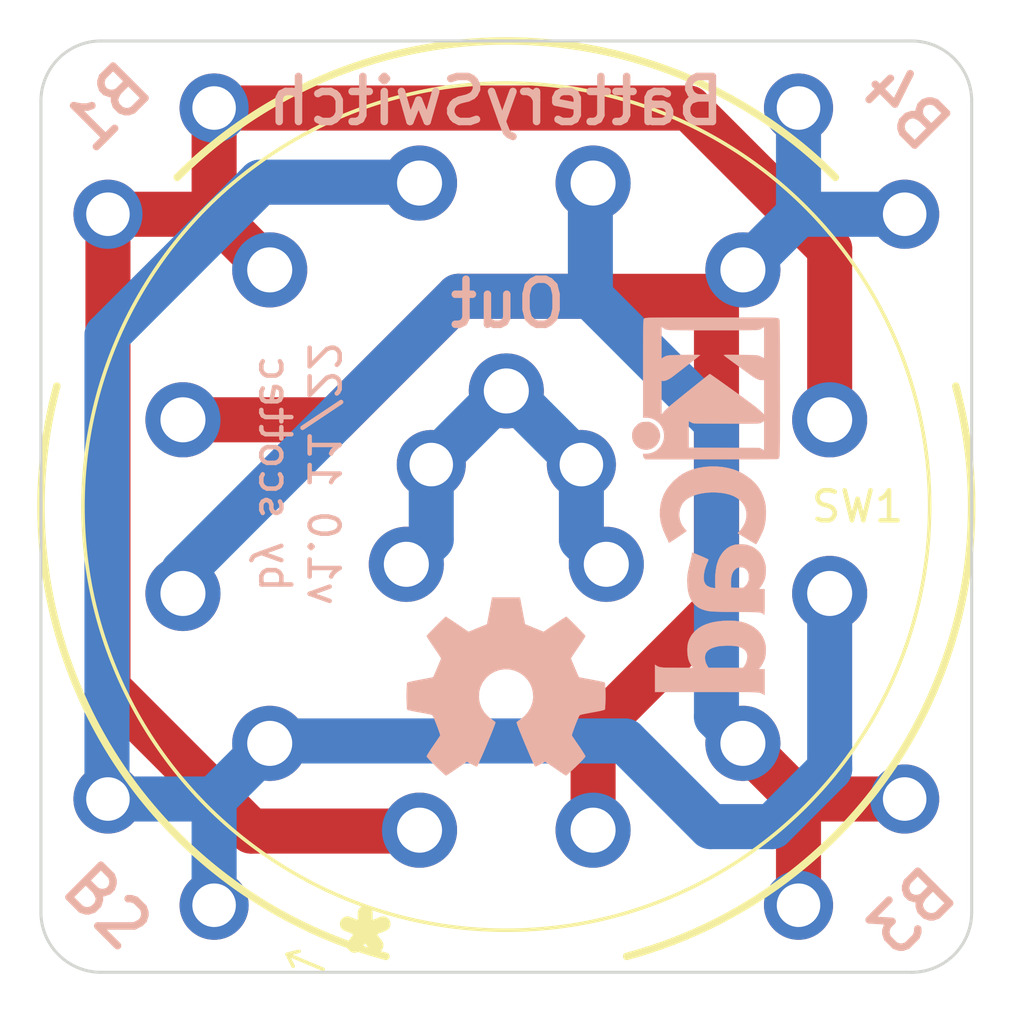
<source format=kicad_pcb>
(kicad_pcb (version 20240108) (generator "pcbnew") (generator_version "8.0")
  (title_block (comment 4 "AISLER Project ID: JUFCKADJ"))
  (layers (0 "F.Cu" signal) (31 "B.Cu" signal) (34 "B.Paste" user) (35 "F.Paste" user) (36 "B.SilkS" user "B.Silkscreen") (37 "F.SilkS" user "F.Silkscreen") (38 "B.Mask" user) (39 "F.Mask" user) (44 "Edge.Cuts" user))
  (net 0 "")
  (net 1 "Bat1")
  (net 2 "Bat2")
  (net 3 "Bat3")
  (net 4 "Bat4")
  (net 5 "/Vcc")
  (footprint "Rotary_Switch:Lorlin_CKxxx_3x4pos" (layer "F.Cu") (at 100 100)
    (property "Reference" "SW1" (at 11.7 0 0) (layer "F.SilkS"))
    (property "Value" "SW_Rotary3x4")
    (fp_line (start -7.3 14.9) (end -7.1 15.3) (stroke (width 0.12)) (layer "F.SilkS"))
    (fp_line (start -6.9 14.8) (end -7.3 14.9) (stroke (width 0.12)) (layer "F.SilkS"))
    (fp_line (start -6.1 15.4) (end -7.3 14.9) (stroke (width 0.12)) (layer "F.SilkS"))
    (fp_arc (start -10.96 -10.96) (mid 0 -15.499781) (end 10.96 -10.96) (stroke (width 0.25)) (layer "F.SilkS"))
    (fp_arc (start -4.01 14.97) (mid -13.420887 7.74989) (end -14.97 -4.01) (stroke (width 0.25)) (layer "F.SilkS"))
    (fp_arc (start 14.97 -4.01) (mid 13.420887 7.74989) (end 4.01 14.97) (stroke (width 0.25)) (layer "F.SilkS"))
    (fp_circle (center 0 0) (end 14.1 0) (stroke (width 0.12)) (fill none) (layer "F.SilkS"))
    (fp_text user "*" (at -4.7 14.9 0) (layer "F.SilkS") (effects (font (size 2.5 2.5) (thickness 0.5))))
    (pad "1" thru_hole circle (at -2.89 10.77) (size 2.5 2.5) (drill 1.5) (layers "*.Cu" "*.Mask") (net 1 "Bat1"))
    (pad "2" thru_hole circle (at -7.88 7.88) (size 2.5 2.5) (drill 1.5) (layers "*.Cu" "*.Mask") (net 2 "Bat2"))
    (pad "3" thru_hole circle (at -10.77 2.89) (size 2.5 2.5) (drill 1.5) (layers "*.Cu" "*.Mask") (net 3 "Bat3"))
    (pad "4" thru_hole circle (at -10.77 -2.89) (size 2.5 2.5) (drill 1.5) (layers "*.Cu" "*.Mask") (net 4 "Bat4"))
    (pad "5" thru_hole circle (at -7.88 -7.88) (size 2.5 2.5) (drill 1.5) (layers "*.Cu" "*.Mask") (net 1 "Bat1"))
    (pad "6" thru_hole circle (at -2.89 -10.77) (size 2.5 2.5) (drill 1.5) (layers "*.Cu" "*.Mask") (net 2 "Bat2"))
    (pad "7" thru_hole circle (at 2.89 -10.77) (size 2.5 2.5) (drill 1.5) (layers "*.Cu" "*.Mask") (net 3 "Bat3"))
    (pad "8" thru_hole circle (at 7.88 -7.88) (size 2.5 2.5) (drill 1.5) (layers "*.Cu" "*.Mask") (net 4 "Bat4"))
    (pad "9" thru_hole circle (at 10.77 -2.89) (size 2.5 2.5) (drill 1.5) (layers "*.Cu" "*.Mask") (net 1 "Bat1"))
    (pad "10" thru_hole circle (at 10.77 2.89) (size 2.5 2.5) (drill 1.5) (layers "*.Cu" "*.Mask") (net 2 "Bat2"))
    (pad "11" thru_hole circle (at 7.88 7.88) (size 2.5 2.5) (drill 1.5) (layers "*.Cu" "*.Mask") (net 3 "Bat3"))
    (pad "12" thru_hole circle (at 2.89 10.77) (size 2.5 2.5) (drill 1.5) (layers "*.Cu" "*.Mask") (net 4 "Bat4"))
    (pad "13" thru_hole circle (at -3.33 1.92) (size 2.5 2.5) (drill 1.5) (layers "*.Cu" "*.Mask") (net 5 "/Vcc"))
    (pad "14" thru_hole circle (at 0 -3.85) (size 2.5 2.5) (drill 1.5) (layers "*.Cu" "*.Mask") (net 5 "/Vcc"))
    (pad "15" thru_hole circle (at 3.33 1.92) (size 2.5 2.5) (drill 1.5) (layers "*.Cu" "*.Mask") (net 5 "/Vcc"))
  )
  (footprint "Connector_Tab:Tab_6.35_P5.00_Vertical" (layer "B.Cu") (at 111.5 88.5 -45)
    (property "Reference" "J4" (hide yes))
    (property "Value" "B4" (at 0 -2.545584 -45) (layer "B.SilkS") (effects (font (size 1.5 1.5) (thickness 0.25)) (justify mirror)))
    (pad "1" thru_hole circle (at -2.5 0 315) (size 2.3 2.3) (drill 1.45) (layers "*.Cu" "*.Mask") (net 4 "Bat4") (clearance 0.3))
    (pad "1" thru_hole circle (at 2.5 0 315) (size 2.3 2.3) (drill 1.45) (layers "*.Cu" "*.Mask") (net 4 "Bat4") (clearance 0.3))
  )
  (footprint "Connector_Tab:Tab_6.35_P5.00_Vertical" (layer "B.Cu") (at 88.5 88.5 -135)
    (property "Reference" "J1" (hide yes))
    (property "Value" "B1" (at 0 2.545584 45) (layer "B.SilkS") (effects (font (size 1.5 1.5) (thickness 0.25)) (justify mirror)))
    (pad "1" thru_hole circle (at -2.5 0 225) (size 2.3 2.3) (drill 1.45) (layers "*.Cu" "*.Mask") (net 1 "Bat1") (clearance 0.3))
    (pad "1" thru_hole circle (at 2.5 0 225) (size 2.3 2.3) (drill 1.45) (layers "*.Cu" "*.Mask") (net 1 "Bat1") (clearance 0.3))
  )
  (footprint "Connector_Tab:Tab_6.35_P5.00_Vertical" (layer "B.Cu") (at 100 98.6 180)
    (property "Reference" "J5" (hide yes))
    (property "Value" "Out" (at -0.05 5.35 0) (layer "B.SilkS") (effects (font (size 1.5 1.5) (thickness 0.25)) (justify mirror)))
    (pad "1" thru_hole circle (at -2.5 0 180) (size 2.3 2.3) (drill 1.45) (layers "*.Cu" "*.Mask") (net 5 "/Vcc") (clearance 0.3))
    (pad "1" thru_hole circle (at 2.5 0 180) (size 2.3 2.3) (drill 1.45) (layers "*.Cu" "*.Mask") (net 5 "/Vcc") (clearance 0.3))
  )
  (footprint "Connector_Tab:Tab_6.35_P5.00_Vertical" (layer "B.Cu") (at 88.5 111.5 -45)
    (property "Reference" "J2" (hide yes))
    (property "Value" "B2" (at 0 2.545584 -45) (layer "B.SilkS") (effects (font (size 1.5 1.5) (thickness 0.25))))
    (pad "1" thru_hole circle (at -2.5 0 315) (size 2.3 2.3) (drill 1.45) (layers "*.Cu" "*.Mask") (net 2 "Bat2") (clearance 0.3))
    (pad "1" thru_hole circle (at 2.5 0 315) (size 2.3 2.3) (drill 1.45) (layers "*.Cu" "*.Mask") (net 2 "Bat2") (clearance 0.3))
  )
  (footprint "Symbol:OSHW-Symbol_6.7x6mm_SilkScreen" (layer "B.Cu") (at 100 106 180)
    (property "Reference" "REF**" (hide yes))
    (property "Value" "OSHW-Symbol_6.7x6mm_SilkScreen" (hide yes))
    (fp_poly (pts (xy 0.555814 2.531069) (xy 0.639635 2.086445) (xy 0.94892 1.958947) (xy 1.258206 1.831449) (xy 1.629246 2.083754) (xy 1.733157 2.154004) (xy 1.827087 2.216728) (xy 1.906652 2.269062) (xy 1.96747 2.308143) (xy 2.005157 2.331107) (xy 2.015421 2.336058) (xy 2.03391 2.323324) (xy 2.07342 2.288118) (xy 2.129522 2.234938) (xy 2.197787 2.168282) (xy 2.273786 2.092646) (xy 2.353092 2.012528) (xy 2.431275 1.932426) (xy 2.503907 1.856836) (xy 2.566559 1.790255) (xy 2.614803 1.737182) (xy 2.64421 1.702113) (xy 2.651241 1.690377) (xy 2.641123 1.66874) (xy 2.612759 1.621338) (xy 2.569129 1.552807) (xy 2.513218 1.467785) (xy 2.448006 1.370907) (xy 2.410219 1.31565) (xy 2.341343 1.214752) (xy 2.28014 1.123701) (xy 2.229578 1.04703) (xy 2.192628 0.989272) (xy 2.172258 0.954957) (xy 2.169197 0.947746) (xy 2.176136 0.927252) (xy 2.195051 0.879487) (xy 2.223087 0.811168) (xy 2.257391 0.729011) (xy 2.295109 0.63973) (xy 2.333387 0.550042) (xy 2.36937 0.466662) (xy 2.400206 0.396306) (xy 2.423039 0.34569) (xy 2.435017 0.321529) (xy 2.435724 0.320578) (xy 2.454531 0.315964) (xy 2.504618 0.305672) (xy 2.580793 0.290713) (xy 2.677865 0.272099) (xy 2.790643 0.250841) (xy 2.856442 0.238582) (xy 2.97695 0.215638) (xy 3.085797 0.193805) (xy 3.177476 0.174278) (xy 3.246481 0.158252) (xy 3.287304 0.146921) (xy 3.295511 0.143326) (xy 3.303548 0.118994) (xy 3.310033 0.064041) (xy 3.31497 -0.015108) (xy 3.318364 -0.112026) (xy 3.320218 -0.220287) (xy 3.320538 -0.333465) (xy 3.319327 -0.445135) (xy 3.31659 -0.548868) (xy 3.312331 -0.638241) (xy 3.306555 -0.706826) (xy 3.299267 -0.748197) (xy 3.294895 -0.75681) (xy 3.268764 -0.767133) (xy 3.213393 -0.781892) (xy 3.136107 -0.799352) (xy 3.04423 -0.81778) (xy 3.012158 -0.823741) (xy 2.857524 -0.852066) (xy 2.735375 -0.874876) (xy 2.641673 -0.89308) (xy 2.572384 -0.907583) (xy 2.523471 -0.919292) (xy 2.490897 -0.929115) (xy 2.470628 -0.937956) (xy 2.458626 -0.946724) (xy 2.456947 -0.948457) (xy 2.440184 -0.976371) (xy 2.414614 -1.030695) (xy 2.382788 -1.104777) (xy 2.34726 -1.191965) (xy 2.310583 -1.285608) (xy 2.275311 -1.379052) (xy 2.243996 -1.465647) (xy 2.219193 -1.53874) (xy 2.203454 -1.591678) (xy 2.199332 -1.617811) (xy 2.199676 -1.618726) (xy 2.213641 -1.640086) (xy 2.245322 -1.687084) (xy 2.291391 -1.754827) (xy 2.348518 -1.838423) (xy 2.413373 -1.932982) (xy 2.431843 -1.959854) (xy 2.497699 -2.057275) (xy 2.55565 -2.146163) (xy 2.602538 -2.221412) (xy 2.635207 -2.27792) (xy 2.6505 -2.310581) (xy 2.651241 -2.314593) (xy 2.638392 -2.335684) (xy 2.602888 -2.377464) (xy 2.549293 -2.435445) (xy 2.482171 -2.505135) (xy 2.406087 -2.582045) (xy 2.325604 -2.661683) (xy 2.245287 -2.739561) (xy 2.169699 -2.811186) (xy 2.103405 -2.87207) (xy 2.050969 -2.917721) (xy 2.016955 -2.94365) (xy 2.007545 -2.947883) (xy 1.985643 -2.937912) (xy 1.9408 -2.91102) (xy 1.880321 -2.871736) (xy 1.833789 -2.840117) (xy 1.749475 -2.782098) (xy 1.649626 -2.713784) (xy 1.549473 -2.645579) (xy 1.495627 -2.609075) (xy 1.313371 -2.4858) (xy 1.160381 -2.56852) (xy 1.090682 -2.604759) (xy 1.031414 -2.632926) (xy 0.991311 -2.648991) (xy 0.981103 -2.651226) (xy 0.968829 -2.634722) (xy 0.944613 -2.588082) (xy 0.910263 -2.515609) (xy 0.867588 -2.421606) (xy 0.818394 -2.310374) (xy 0.76449 -2.186215) (xy 0.707684 -2.053432) (xy 0.649782 -1.916327) (xy 0.592593 -1.779202) (xy 0.537924 -1.646358) (xy 0.487584 -1.522098) (xy 0.44338 -1.410725) (xy 0.407119 -1.316539) (xy 0.380609 -1.243844) (xy 0.365658 -1.196941) (xy 0.363254 -1.180833) (xy 0.382311 -1.160286) (xy 0.424036 -1.126933) (xy 0.479706 -1.087702) (xy 0.484378 -1.084599) (xy 0.628264 -0.969423) (xy 0.744283 -0.835053) (xy 0.83143 -0.685784) (xy 0.888699 -0.525913) (xy 0.915086 -0.359737) (xy 0.909585 -0.191552) (xy 0.87119 -0.025655) (xy 0.798895 0.133658) (xy 0.777626 0.168513) (xy 0.666996 0.309263) (xy 0.536302 0.422286) (xy 0.390064 0.506997) (xy 0.232808 0.562806) (xy 0.069057 0.589126) (xy -0.096667 0.58537) (xy -0.259838 0.55095) (xy -0.415935 0.485277) (xy -0.560433 0.387765) (xy -0.605131 0.348187) (xy -0.718888 0.224297) (xy -0.801782 0.093876) (xy -0.858644 -0.052315) (xy -0.890313 -0.197088) (xy -0.898131 -0.35986) (xy -0.872062 -0.52344) (xy -0.814755 -0.682298) (xy -0.728856 -0.830906) (xy -0.617014 -0.963735) (xy -0.481877 -1.075256) (xy -0.464117 -1.087011) (xy -0.40785 -1.125508) (xy -0.365077 -1.158863) (xy -0.344628 -1.18016) (xy -0.344331 -1.180833) (xy -0.348721 -1.203871) (xy -0.366124 -1.256157) (xy -0.394732 -1.33339) (xy -0.432735 -1.431268) (xy -0.478326 -1.545491) (xy -0.529697 -1.671758) (xy -0.585038 -1.805767) (xy -0.642542 -1.943218) (xy -0.700399 -2.079808) (xy -0.756802 -2.211237) (xy -0.809942 -2.333205) (xy -0.85801 -2.441409) (xy -0.899199 -2.531549) (xy -0.931699 -2.599323) (xy -0.953703 -2.64043) (xy -0.962564 -2.651226) (xy -0.98964 -2.642819) (xy -1.040303 -2.620272) (xy -1.105817 -2.587613) (xy -1.141841 -2.56852) (xy -1.294832 -2.4858) (xy -1.477088 -2.609075) (xy -1.570125 -2.672228) (xy -1.671985 -2.741727) (xy -1.767438 -2.807165) (xy -1.81525 -2.840117) (xy -1.882495 -2.885273) (xy -1.939436 -2.921057) (xy -1.978646 -2.942938) (xy -1.991381 -2.947563) (xy -2.009917 -2.935085) (xy -2.050941 -2.900252) (xy -2.110475 -2.846678) (xy -2.184542 -2.777983) (xy -2.269165 -2.697781) (xy -2.322685 -2.646286) (xy -2.416319 -2.554286) (xy -2.497241 -2.471999) (xy -2.562177 -2.402945) (xy -2.607858 -2.350644) (xy -2.631011 -2.318616) (xy -2.633232 -2.312116) (xy -2.622924 -2.287394) (xy -2.594439 -2.237405) (xy -2.550937 -2.167212) (xy -2.495577 -2.081875) (xy -2.43152 -1.986456) (xy -2.413303 -1.959854) (xy -2.346927 -1.863167) (xy -2.287378 -1.776117) (xy -2.237984 -1.703595) (xy -2.202075 -1.650493) (xy -2.182981 -1.621703) (xy -2.181136 -1.618726) (xy -2.183895 -1.595782) (xy -2.198538 -1.545336) (xy -2.222513 -1.474041) (xy -2.253266 -1.388547) (xy -2.288244 -1.295507) (xy -2.324893 -1.201574) (xy -2.360661 -1.113399) (xy -2.392994 -1.037634) (xy -2.419338 -0.980931) (xy -2.437142 -0.949943) (xy -2.438407 -0.948457) (xy -2.449294 -0.939601) (xy -2.467682 -0.930843) (xy -2.497606 -0.921277) (xy -2.543103 -0.909996) (xy -2.608209 -0.896093) (xy -2.696961 -0.878663) (xy -2.813393 -0.856798) (xy -2.961542 -0.829591) (xy -2.993618 -0.823741) (xy -3.088686 -0.805374) (xy -3.171565 -0.787405) (xy -3.23493 -0.771569) (xy -3.271458 -0.7596) (xy -3.276356 -0.75681) (xy -3.284427 -0.732072) (xy -3.290987 -0.67679) (xy -3.296033 -0.597389) (xy -3.299559 -0.500296) (xy -3.301561 -0.391938) (xy -3.302036 -0.27874) (xy -3.300977 -0.167128) (xy -3.298382 -0.063529) (xy -3.294246 0.025632) (xy -3.288563 0.093928) (xy -3.281331 0.134934) (xy -3.276971 0.143326) (xy -3.252698 0.151792) (xy -3.197426 0.165565) (xy -3.116662 0.18345) (xy -3.015912 0.204252) (xy -2.900683 0.226777) (xy -2.837902 0.238582) (xy -2.718787 0.260849) (xy -2.612565 0.281021) (xy -2.524427 0.298085) (xy -2.459566 0.311031) (xy -2.423174 0.318845) (xy -2.417184 0.320578) (xy -2.407061 0.34011) (xy -2.385662 0.387157) (xy -2.355839 0.454997) (xy -2.320445 0.536909) (xy -2.282332 0.626172) (xy -2.244353 0.716065) (xy -2.20936 0.799865) (xy -2.180206 0.870853) (xy -2.159743 0.922306) (xy -2.150823 0.947503) (xy -2.150657 0.948604) (xy -2.160769 0.968481) (xy -2.189117 1.014223) (xy -2.232723 1.081283) (xy -2.288606 1.165116) (xy -2.353787 1.261174) (xy -2.391679 1.31635) (xy -2.460725 1.417519) (xy -2.52205 1.50937) (xy -2.572663 1.587256) (xy -2.609571 1.646531) (xy -2.629782 1.682549) (xy -2.632701 1.690623) (xy -2.620153 1.709416) (xy -2.585463 1.749543) (xy -2.533063 1.806507) (xy -2.467384 1.875815) (xy -2.392856 1.952969) (xy -2.313913 2.033475) (xy -2.234983 2.112837) (xy -2.1605 2.18656) (xy -2.094894 2.250148) (xy -2.042596 2.299106) (xy -2.008039 2.328939) (xy -1.996478 2.336058) (xy -1.977654 2.326047) (xy -1.932631 2.297922) (xy -1.865787 2.254546) (xy -1.781499 2.198782) (xy -1.684144 2.133494) (xy -1.610707 2.083754) (xy -1.239667 1.831449) (xy -0.621095 2.086445) (xy -0.537275 2.531069) (xy -0.453454 2.975693) (xy 0.471994 2.975693) (xy 0.555814 2.531069)) (stroke (width 0.01)) (fill solid) (layer "B.SilkS"))
  )
  (footprint "Connector_Tab:Tab_6.35_P5.00_Vertical" (layer "B.Cu") (at 111.5 111.5 -135)
    (property "Reference" "J3" (hide yes))
    (property "Value" "B3" (at 0 -2.828427 45) (layer "B.SilkS") (effects (font (size 1.5 1.5) (thickness 0.25)) (justify mirror)))
    (pad "1" thru_hole circle (at -2.5 0 225) (size 2.3 2.3) (drill 1.45) (layers "*.Cu" "*.Mask") (net 3 "Bat3") (clearance 0.3))
    (pad "1" thru_hole circle (at 2.5 0 225) (size 2.3 2.3) (drill 1.45) (layers "*.Cu" "*.Mask") (net 3 "Bat3") (clearance 0.3))
  )
  (footprint "Symbol:KiCad-Logo_5mm_SilkScreen" (layer "B.Cu") (at 107.167938 99.982906 -90)
    (property "Reference" "REF**" (hide yes))
    (property "Value" "KiCad-Logo_5mm_SilkScreen" (hide yes))
    (fp_poly (pts (xy -2.273043 2.973429) (xy -2.176768 2.949191) (xy -2.090184 2.906359) (xy -2.015373 2.846581) (xy -1.954418 2.771506) (xy -1.909399 2.68278) (xy -1.883136 2.58647) (xy -1.877286 2.489205) (xy -1.89214 2.395346) (xy -1.92584 2.307489) (xy -1.976528 2.22823) (xy -2.042345 2.160164) (xy -2.121434 2.105888) (xy -2.211934 2.067998) (xy -2.2632 2.055574) (xy -2.307698 2.048053) (xy -2.341999 2.045081) (xy -2.37496 2.046906) (xy -2.415434 2.053775) (xy -2.448531 2.06075) (xy -2.541947 2.092259) (xy -2.625619 2.143383) (xy -2.697665 2.212571) (xy -2.7562 2.298272) (xy -2.770148 2.325511) (xy -2.786586 2.361878) (xy -2.796894 2.392418) (xy -2.80246 2.42455) (xy -2.804669 2.465693) (xy -2.804948 2.511778) (xy -2.800861 2.596135) (xy -2.787446 2.665414) (xy -2.762256 2.726039) (xy -2.722846 2.784433) (xy -2.684298 2.828698) (xy -2.612406 2.894516) (xy -2.537313 2.939947) (xy -2.454562 2.96715) (xy -2.376928 2.977424) (xy -2.273043 2.973429)) (stroke (width 0.01)) (fill solid) (layer "B.SilkS"))
    (fp_poly (pts (xy 0.328429 2.050929) (xy 0.48857 2.029755) (xy 0.65251 1.989615) (xy 0.822313 1.930111) (xy 1.000043 1.850846) (xy 1.01131 1.845301) (xy 1.069005 1.817275) (xy 1.120552 1.793198) (xy 1.162191 1.774751) (xy 1.190162 1.763614) (xy 1.199733 1.761067) (xy 1.21895 1.756059) (xy 1.223561 1.751853) (xy 1.218458 1.74142) (xy 1.202418 1.715132) (xy 1.177288 1.675743) (xy 1.144914 1.626009) (xy 1.107143 1.568685) (xy 1.065822 1.506524) (xy 1.022798 1.442282) (xy 0.979917 1.378715) (xy 0.939026 1.318575) (xy 0.901971 1.26462) (xy 0.8706 1.219603) (xy 0.846759 1.186279) (xy 0.832294 1.167403) (xy 0.830309 1.165213) (xy 0.820191 1.169862) (xy 0.79785 1.187038) (xy 0.76728 1.21356) (xy 0.751536 1.228036) (xy 0.655047 1.303318) (xy 0.548336 1.358759) (xy 0.432832 1.393859) (xy 0.309962 1.40812) (xy 0.240561 1.406949) (xy 0.119423 1.389788) (xy 0.010205 1.353906) (xy -0.087418 1.299041) (xy -0.173772 1.22493) (xy -0.249185 1.131312) (xy -0.313982 1.017924) (xy -0.351399 0.931333) (xy -0.395252 0.795634) (xy -0.427572 0.64815) (xy -0.448443 0.492686) (xy -0.457949 0.333044) (xy -0.456173 0.173027) (xy -0.443197 0.016439) (xy -0.419106 -0.132918) (xy -0.383982 -0.27124) (xy -0.337908 -0.394724) (xy -0.321627 -0.428978) (xy -0.25338 -0.543064) (xy -0.172921 -0.639557) (xy -0.08143 -0.71767) (xy 0.019911 -0.776617) (xy 0.12992 -0.815612) (xy 0.247415 -0.833868) (xy 0.288883 -0.835211) (xy 0.410441 -0.82429) (xy 0.530878 -0.791474) (xy 0.648666 -0.737439) (xy 0.762277 -0.662865) (xy 0.853685 -0.584539) (xy 0.900215 -0.540008) (xy 1.081483 -0.837271) (xy 1.12658 -0.911433) (xy 1.167819 -0.979646) (xy 1.203735 -1.039459) (xy 1.232866 -1.08842) (xy 1.25375 -1.124079) (xy 1.264924 -1.143984) (xy 1.266375 -1.147079) (xy 1.258146 -1.156718) (xy 1.232567 -1.173999) (xy 1.192873 -1.197283) (xy 1.142297 -1.224934) (xy 1.084074 -1.255315) (xy 1.021437 -1.28679) (xy 0.957621 -1.317722) (xy 0.89586 -1.346473) (xy 0.839388 -1.371408) (xy 0.791438 -1.390889) (xy 0.767986 -1.399318) (xy 0.634221 -1.437133) (xy 0.496327 -1.462136) (xy 0.348622 -1.47514) (xy 0.221833 -1.477468) (xy 0.153878 -1.476373) (xy 0.088277 -1.474275) (xy 0.030847 -1.471434) (xy -0.012597 -1.468106) (xy -0.026702 -1.466422) (xy -0.165716 -1.437587) (xy -0.307243 -1.392468) (xy -0.444725 -1.33375) (xy -0.571606 -1.26412) (xy -0.649111 -1.211441) (xy -0.776519 -1.103239) (xy -0.894822 -0.976671) (xy -1.001828 -0.834866) (xy -1.095348 -0.680951) (xy -1.17319 -0.518053) (xy -1.217044 -0.400756) (xy -1.267292 -0.217128) (xy -1.300791 -0.022581) (xy -1.317551 0.178675) (xy -1.317584 0.382432) (xy -1.300899 0.584479) (xy -1.267507 0.780608) (xy -1.21742 0.966609) (xy -1.213603 0.978197) (xy -1.150719 1.14025) (xy -1.073972 1.288168) (xy -0.980758 1.426135) (xy -0.868473 1.558339) (xy -0.824608 1.603601) (xy -0.688466 1.727543) (xy -0.548509 1.830085) (xy -0.402589 1.912344) (xy -0.248558 1.975436) (xy -0.084268 2.020477) (xy 0.011289 2.037967) (xy 0.170023 2.053534) (xy 0.328429 2.050929)) (stroke (width 0.01)) (fill solid) (layer "B.SilkS"))
    (fp_poly (pts (xy 6.186507 0.527755) (xy 6.186526 0.293338) (xy 6.186552 0.080397) (xy 6.186625 -0.112168) (xy 6.186782 -0.285459) (xy 6.187064 -0.440576) (xy 6.187509 -0.57862) (xy 6.188156 -0.700692) (xy 6.189045 -0.807894) (xy 6.190213 -0.901326) (xy 6.191701 -0.98209) (xy 6.193546 -1.051286) (xy 6.195789 -1.110015) (xy 6.198469 -1.159379) (xy 6.201623 -1.200478) (xy 6.205292 -1.234413) (xy 6.209513 -1.262286) (xy 6.214327 -1.285198) (xy 6.219773 -1.304249) (xy 6.225888 -1.32054) (xy 6.232712 -1.335173) (xy 6.240285 -1.349249) (xy 6.248645 -1.363868) (xy 6.253839 -1.372974) (xy 6.288104 -1.433689) (xy 5.429955 -1.433689) (xy 5.429955 -1.337733) (xy 5.429224 -1.29437) (xy 5.427272 -1.261205) (xy 5.424463 -1.243424) (xy 5.423221 -1.241778) (xy 5.411799 -1.248662) (xy 5.389084 -1.266505) (xy 5.366385 -1.285879) (xy 5.3118 -1.326614) (xy 5.242321 -1.367617) (xy 5.16527 -1.405123) (xy 5.087965 -1.435364) (xy 5.057113 -1.445012) (xy 4.988616 -1.459578) (xy 4.905764 -1.469539) (xy 4.816371 -1.474583) (xy 4.728248 -1.474396) (xy 4.649207 -1.468666) (xy 4.611511 -1.462858) (xy 4.473414 -1.424797) (xy 4.346113 -1.367073) (xy 4.230292 -1.290211) (xy 4.126637 -1.194739) (xy 4.035833 -1.081179) (xy 3.969031 -0.970381) (xy 3.914164 -0.853625) (xy 3.872163 -0.734276) (xy 3.842167 -0.608283) (xy 3.823311 -0.471594) (xy 3.814732 -0.320158) (xy 3.814006 -0.242711) (xy 3.8161 -0.185934) (xy 4.645217 -0.185934) (xy 4.645424 -0.279002) (xy 4.648337 -0.366692) (xy 4.654 -0.443772) (xy 4.662455 -0.505009) (xy 4.665038 -0.51735) (xy 4.69684 -0.624633) (xy 4.738498 -0.711658) (xy 4.790363 -0.778642) (xy 4.852781 -0.825805) (xy 4.9261 -0.853365) (xy 5.010669 -0.861541) (xy 5.106835 -0.850551) (xy 5.170311 -0.834829) (xy 5.219454 -0.816639) (xy 5.273583 -0.790791) (xy 5.314244 -0.767089) (xy 5.3848 -0.720721) (xy 5.3848 0.42947) (xy 5.317392 0.473038) (xy 5.238867 0.51396) (xy 5.154681 0.540611) (xy 5.069557 0.552535) (xy 4.988216 0.549278) (xy 4.91538 0.530385) (xy 4.883426 0.514816) (xy 4.825501 0.471819) (xy 4.776544 0.415047) (xy 4.73539 0.342425) (xy 4.700874 0.251879) (xy 4.671833 0.141334) (xy 4.670552 0.135467) (xy 4.660381 0.073212) (xy 4.652739 -0.004594) (xy 4.64767 -0.09272) (xy 4.645217 -0.185934) (xy 3.8161 -0.185934) (xy 3.821857 -0.029895) (xy 3.843802 0.165941) (xy 3.879786 0.344668) (xy 3.929759 0.506155) (xy 3.993668 0.650274) (xy 4.071462 0.776894) (xy 4.163089 0.885885) (xy 4.268497 0.977117) (xy 4.313662 1.008068) (xy 4.414611 1.064215) (xy 4.517901 1.103826) (xy 4.627989 1.127986) (xy 4.74933 1.137781) (xy 4.841836 1.136735) (xy 4.97149 1.125769) (xy 5.084084 1.103954) (xy 5.182875 1.070286) (xy 5.271121 1.023764) (xy 5.319986 0.989552) (xy 5.349353 0.967638) (xy 5.371043 0.952667) (xy 5.379253 0.948267) (xy 5.380868 0.959096) (xy 5.382159 0.989749) (xy 5.383138 1.037474) (xy 5.383817 1.099521) (xy 5.38421 1.173138) (xy 5.38433 1.255573) (xy 5.384188 1.344075) (xy 5.383797 1.435893) (xy 5.383171 1.528276) (xy 5.38232 1.618472) (xy 5.38126 1.703729) (xy 5.380001 1.781297) (xy 5.378556 1.848424) (xy 5.376938 1.902359) (xy 5.375161 1.94035) (xy 5.374669 1.947333) (xy 5.367092 2.017749) (xy 5.355531 2.072898) (xy 5.337792 2.120019) (xy 5.311682 2.166353) (xy 5.305415 2.175933) (xy 5.280983 2.212622) (xy 6.186311 2.212622) (xy 6.186507 0.527755)) (stroke (width 0.01)) (fill solid) (layer "B.SilkS"))
    (fp_poly (pts (xy 2.673574 1.133448) (xy 2.825492 1.113433) (xy 2.960756 1.079798) (xy 3.080239 1.032275) (xy 3.184815 0.970595) (xy 3.262424 0.907035) (xy 3.331265 0.832901) (xy 3.385006 0.753129) (xy 3.42791 0.660909) (xy 3.443384 0.617839) (xy 3.456244 0.578858) (xy 3.467446 0.542711) (xy 3.47712 0.507566) (xy 3.485396 0.47159) (xy 3.492403 0.43295) (xy 3.498272 0.389815) (xy 3.503131 0.340351) (xy 3.50711 0.282727) (xy 3.51034 0.215109) (xy 3.512949 0.135666) (xy 3.515067 0.042564) (xy 3.516824 -0.066027) (xy 3.518349 -0.191942) (xy 3.519772 -0.337012) (xy 3.521025 -0.479778) (xy 3.522351 -0.635968) (xy 3.523556 -0.771239) (xy 3.524766 -0.887246) (xy 3.526106 -0.985645) (xy 3.5277 -1.068093) (xy 3.529675 -1.136246) (xy 3.532156 -1.19176) (xy 3.535269 -1.236292) (xy 3.539138 -1.271498) (xy 3.543889 -1.299034) (xy 3.549648 -1.320556) (xy 3.556539 -1.337722) (xy 3.564689 -1.352186) (xy 3.574223 -1.365606) (xy 3.585266 -1.379638) (xy 3.589566 -1.385071) (xy 3.605386 -1.40791) (xy 3.612422 -1.423463) (xy 3.612444 -1.423922) (xy 3.601567 -1.426121) (xy 3.570582 -1.428147) (xy 3.521957 -1.429942) (xy 3.458163 -1.431451) (xy 3.381669 -1.432616) (xy 3.294944 -1.43338) (xy 3.200457 -1.433686) (xy 3.18955 -1.433689) (xy 2.766657 -1.433689) (xy 2.763395 -1.337622) (xy 2.760133 -1.241556) (xy 2.698044 -1.292543) (xy 2.600714 -1.360057) (xy 2.490813 -1.414749) (xy 2.404349 -1.444978) (xy 2.335278 -1.459666) (xy 2.251925 -1.469659) (xy 2.162159 -1.474646) (xy 2.073845 -1.474313) (xy 1.994851 -1.468351) (xy 1.958622 -1.462638) (xy 1.818603 -1.424776) (xy 1.692178 -1.369932) (xy 1.58026 -1.298924) (xy 1.483762 -1.212568) (xy 1.4036 -1.111679) (xy 1.340687 -0.997076) (xy 1.296312 -0.870984) (xy 1.283978 -0.814401) (xy 1.276368 -0.752202) (xy 1.272739 -0.677363) (xy 1.272245 -0.643467) (xy 1.27231 -0.640282) (xy 2.032248 -0.640282) (xy 2.041541 -0.715333) (xy 2.069728 -0.77916) (xy 2.118197 -0.834798) (xy 2.123254 -0.839211) (xy 2.171548 -0.874037) (xy 2.223257 -0.89662) (xy 2.283989 -0.90854) (xy 2.359352 -0.911383) (xy 2.377459 -0.910978) (xy 2.431278 -0.908325) (xy 2.471308 -0.902909) (xy 2.506324 -0.892745) (xy 2.545103 -0.87585) (xy 2.555745 -0.870672) (xy 2.616396 -0.834844) (xy 2.663215 -0.792212) (xy 2.675952 -0.776973) (xy 2.720622 -0.720462) (xy 2.720622 -0.524586) (xy 2.720086 -0.445939) (xy 2.718396 -0.387988) (xy 2.715428 -0.348875) (xy 2.711057 -0.326741) (xy 2.706972 -0.320274) (xy 2.691047 -0.317111) (xy 2.657264 -0.314488) (xy 2.61034 -0.312655) (xy 2.554993 -0.311857) (xy 2.546106 -0.311842) (xy 2.42533 -0.317096) (xy 2.32266 -0.333263) (xy 2.236106 -0.360961) (xy 2.163681 -0.400808) (xy 2.108751 -0.447758) (xy 2.064204 -0.505645) (xy 2.03948 -0.568693) (xy 2.032248 -0.640282) (xy 1.27231 -0.640282) (xy 1.274178 -0.549712) (xy 1.282522 -0.470812) (xy 1.298768 -0.39959) (xy 1.324405 -0.328864) (xy 1.348401 -0.276493) (xy 1.40702 -0.181196) (xy 1.485117 -0.09317) (xy 1.580315 -0.014017) (xy 1.690238 0.05466) (xy 1.81251 0.111259) (xy 1.944755 0.154179) (xy 2.009422 0.169118) (xy 2.145604 0.191223) (xy 2.294049 0.205806) (xy 2.445505 0.212187) (xy 2.572064 0.210555) (xy 2.73395 0.203776) (xy 2.72653 0.262755) (xy 2.707238 0.361908) (xy 2.676104 0.442628) (xy 2.632269 0.505534) (xy 2.574871 0.551244) (xy 2.503048 0.580378) (xy 2.415941 0.593553) (xy 2.312686 0.591389) (xy 2.274711 0.587388) (xy 2.13352 0.56222) (xy 1.996707 0.521186) (xy 1.902178 0.483185) (xy 1.857018 0.46381) (xy 1.818585 0.44824) (xy 1.792234 0.438595) (xy 1.784546 0.436548) (xy 1.774802 0.445626) (xy 1.758083 0.474595) (xy 1.734232 0.523783) (xy 1.703093 0.593516) (xy 1.664507 0.684121) (xy 1.65791 0.699911) (xy 1.627853 0.772228) (xy 1.600874 0.837575) (xy 1.578136 0.893094) (xy 1.560806 0.935928) (xy 1.550048 0.963219) (xy 1.546941 0.972058) (xy 1.55694 0.976813) (xy 1.583217 0.98209) (xy 1.611489 0.985769) (xy 1.641646 0.990526) (xy 1.689433 0.999972) (xy 1.750612 1.01318) (xy 1.820946 1.029224) (xy 1.896194 1.04718) (xy 1.924755 1.054203) (xy 2.029816 1.079791) (xy 2.11748 1.099853) (xy 2.192068 1.115031) (xy 2.257903 1.125965) (xy 2.319307 1.133296) (xy 2.380602 1.137665) (xy 2.44611 1.139713) (xy 2.504128 1.140111) (xy 2.673574 1.133448)) (stroke (width 0.01)) (fill solid) (layer "B.SilkS"))
    (fp_poly (pts (xy -2.9464 2.510946) (xy -2.935535 2.397007) (xy -2.903918 2.289384) (xy -2.853015 2.190385) (xy -2.784293 2.102316) (xy -2.699219 2.027484) (xy -2.602232 1.969616) (xy -2.495964 1.929995) (xy -2.38895 1.911427) (xy -2.2833 1.912566) (xy -2.181125 1.93207) (xy -2.084534 1.968594) (xy -1.995638 2.020795) (xy -1.916546 2.087327) (xy -1.849369 2.166848) (xy -1.796217 2.258013) (xy -1.759199 2.359477) (xy -1.740427 2.469898) (xy -1.738489 2.519794) (xy -1.738489 2.607733) (xy -1.68656 2.607733) (xy -1.650253 2.604889) (xy -1.623355 2.593089) (xy -1.596249 2.569351) (xy -1.557867 2.530969) (xy -1.557867 0.339398) (xy -1.557876 0.077261) (xy -1.557908 -0.163241) (xy -1.557972 -0.383048) (xy -1.558076 -0.583101) (xy -1.558227 -0.764344) (xy -1.558434 -0.927716) (xy -1.558706 -1.07416) (xy -1.55905 -1.204617) (xy -1.559474 -1.320029) (xy -1.559987 -1.421338) (xy -1.560597 -1.509484) (xy -1.561312 -1.58541) (xy -1.56214 -1.650057) (xy -1.563089 -1.704367) (xy -1.564167 -1.74928) (xy -1.565383 -1.78574) (xy -1.566745 -1.814687) (xy -1.568261 -1.837063) (xy -1.569938 -1.853809) (xy -1.571786 -1.865868) (xy -1.573813 -1.87418) (xy -1.576025 -1.879687) (xy -1.577108 -1.881537) (xy -1.581271 -1.888549) (xy -1.584805 -1.894996) (xy -1.588635 -1.9009) (xy -1.593682 -1.906286) (xy -1.600871 -1.911178) (xy -1.611123 -1.915598) (xy -1.625364 -1.919572) (xy -1.644514 -1.923121) (xy -1.669499 -1.92627) (xy -1.70124 -1.929042) (xy -1.740662 -1.931461) (xy -1.788686 -1.933551) (xy -1.846237 -1.935335) (xy -1.914237 -1.936837) (xy -1.99361 -1.93808) (xy -2.085279 -1.939089) (xy -2.190166 -1.939885) (xy -2.309196 -1.940494) (xy -2.44329 -1.940939) (xy -2.593373 -1.941243) (xy -2.760367 -1.94143) (xy -2.945196 -1.941524) (xy -3.148783 -1.941548) (xy -3.37205 -1.941525) (xy -3.615922 -1.94148) (xy -3.881321 -1.941437) (xy -3.919704 -1.941432) (xy -4.186682 -1.941389) (xy -4.432002 -1.941318) (xy -4.656583 -1.941213) (xy -4.861345 -1.941066) (xy -5.047206 -1.940869) (xy -5.215088 -1.940616) (xy -5.365908 -1.9403) (xy -5.500587 -1.939913) (xy -5.620044 -1.939447) (xy -5.725199 -1.938897) (xy -5.816971 -1.938253) (xy -5.896279 -1.937511) (xy -5.964043 -1.936661) (xy -6.021182 -1.935697) (xy -6.068617 -1.934611) (xy -6.107266 -1.933397) (xy -6.138049 -1.932047) (xy -6.161885 -1.930555) (xy -6.179694 -1.928911) (xy -6.192395 -1.927111) (xy -6.200908 -1.925145) (xy -6.205266 -1.923477) (xy -6.213728 -1.919906) (xy -6.221497 -1.91727) (xy -6.228602 -1.914634) (xy -6.235073 -1.911062) (xy -6.240939 -1.905621) (xy -6.246229 -1.897375) (xy -6.250974 -1.88539) (xy -6.255202 -1.868731) (xy -6.258943 -1.846463) (xy -6.262227 -1.817652) (xy -6.265083 -1.781363) (xy -6.26754 -1.736661) (xy -6.269629 -1.682611) (xy -6.271378 -1.618279) (xy -6.272817 -1.54273) (xy -6.273976 -1.45503) (xy -6.274883 -1.354243) (xy -6.275569 -1.239434) (xy -6.276063 -1.10967) (xy -6.276395 -0.964015) (xy -6.276593 -0.801535) (xy -6.276687 -0.621295) (xy -6.276708 -0.42236) (xy -6.276685 -0.203796) (xy -6.276646 0.035332) (xy -6.276622 0.29596) (xy -6.276622 0.338111) (xy -6.276636 0.601008) (xy -6.276661 0.842268) (xy -6.276671 1.062835) (xy -6.276642 1.263648) (xy -6.276548 1.445651) (xy -6.276362 1.609784) (xy -6.276059 1.756989) (xy -6.275614 1.888208) (xy -6.275034 1.998133) (xy -5.972197 1.998133) (xy -5.932407 1.940289) (xy -5.921236 1.924521) (xy -5.911166 1.910559) (xy -5.902138 1.897216) (xy -5.894097 1.883307) (xy -5.886986 1.867644) (xy -5.880747 1.849042) (xy -5.875325 1.826314) (xy -5.870662 1.798273) (xy -5.866701 1.763733) (xy -5.863385 1.721508) (xy -5.860659 1.670411) (xy -5.858464 1.609256) (xy -5.856745 1.536856) (xy -5.855444 1.452025) (xy -5.854505 1.353578) (xy -5.85387 1.240326) (xy -5.853484 1.111084) (xy -5.853288 0.964666) (xy -5.853227 0.799884) (xy -5.853243 0.615553) (xy -5.85328 0.410487) (xy -5.853289 0.287867) (xy -5.853265 0.070918) (xy -5.853231 -0.124642) (xy -5.853243 -0.299999) (xy -5.853358 -0.456341) (xy -5.85363 -0.594857) (xy -5.854118 -0.716734) (xy -5.854876 -0.82316) (xy -5.855962 -0.915322) (xy -5.857431 -0.994409) (xy -5.85934 -1.061608) (xy -5.861744 -1.118107) (xy -5.864701 -1.165093) (xy -5.868266 -1.203755) (xy -5.872495 -1.23528) (xy -5.877446 -1.260855) (xy -5.883173 -1.28167) (xy -5.889733 -1.298911) (xy -5.897183 -1.313765) (xy -5.905579 -1.327422) (xy -5.914976 -1.341069) (xy -5.925432 -1.355893) (xy -5.931523 -1.364783) (xy -5.970296 -1.4224) (xy -5.438732 -1.4224) (xy -5.315483 -1.422365) (xy -5.212987 -1.422215) (xy -5.12942 -1.421878) (xy -5.062956 -1.421286) (xy -5.011771 -1.420367) (xy -4.974041 -1.419051) (xy -4.94794 -1.417269) (xy -4.931644 -1.414951) (xy -4.923328 -1.412026) (xy -4.921168 -1.408424) (xy -4.923339 -1.404075) (xy -4.924535 -1.402645) (xy -4.949685 -1.365573) (xy -4.975583 -1.312772) (xy -4.999192 -1.25077) (xy -5.007461 -1.224357) (xy -5.012078 -1.206416) (xy -5.015979 -1.185355) (xy -5.019248 -1.159089) (xy -5.021966 -1.125532) (xy -5.024215 -1.082599) (xy -5.026077 -1.028204) (xy -5.027636 -0.960262) (xy -5.028972 -0.876688) (xy -5.030169 -0.775395) (xy -5.031308 -0.6543) (xy -5.031685 -0.6096) (xy -5.032702 -0.484449) (xy -5.03346 -0.380082) (xy -5.033903 -0.294707) (xy -5.03397 -0.226533) (xy -5.033605 -0.173765) (xy -5.032748 -0.134614) (xy -5.031341 -0.107285) (xy -5.029325 -0.089986) (xy -5.026643 -0.080926) (xy -5.023236 -0.078312) (xy -5.019044 -0.080351) (xy -5.014571 -0.084667) (xy -5.004216 -0.097602) (xy -4.982158 -0.126676) (xy -4.949957 -0.169759) (xy -4.909174 -0.224718) (xy -4.86137 -0.289423) (xy -4.808105 -0.361742) (xy -4.75094 -0.439544) (xy -4.691437 -0.520698) (xy -4.631155 -0.603072) (xy -4.571655 -0.684536) (xy -4.514498 -0.762957) (xy -4.461245 -0.836204) (xy -4.413457 -0.902147) (xy -4.372693 -0.958654) (xy -4.340516 -1.003593) (xy -4.318485 -1.034834) (xy -4.313917 -1.041466) (xy -4.290996 -1.078369) (xy -4.264188 -1.126359) (xy -4.238789 -1.175897) (xy -4.235568 -1.182577) (xy -4.21389 -1.230772) (xy -4.201304 -1.268334) (xy -4.195574 -1.30416) (xy -4.194456 -1.3462) (xy -4.19509 -1.4224) (xy -3.040651 -1.4224) (xy -3.131815 -1.328669) (xy -3.178612 -1.278775) (xy -3.228899 -1.222295) (xy -3.274944 -1.168026) (xy -3.295369 -1.142673) (xy -3.325807 -1.103128) (xy -3.365862 -1.049916) (xy -3.414361 -0.984667) (xy -3.470135 -0.909011) (xy -3.532011 -0.824577) (xy -3.598819 -0.732994) (xy -3.669387 -0.635892) (xy -3.742545 -0.534901) (xy -3.817121 -0.43165) (xy -3.891944 -0.327768) (xy -3.965843 -0.224885) (xy -4.037646 -0.124631) (xy -4.106184 -0.028636) (xy -4.170284 0.061473) (xy -4.228775 0.144064) (xy -4.280486 0.217508) (xy -4.324247 0.280176) (xy -4.358885 0.330439) (xy -4.38323 0.366666) (xy -4.396111 0.387229) (xy -4.397869 0.391332) (xy -4.38991 0.402658) (xy -4.369115 0.429838) (xy -4.336847 0.471171) (xy -4.29447 0.524956) (xy -4.243347 0.589494) (xy -4.184841 0.663082) (xy -4.120314 0.744022) (xy -4.051131 0.830612) (xy -3.978653 0.921152) (xy -3.904246 1.01394) (xy -3.844517 1.088298) (xy -2.833511 1.088298) (xy -2.827602 1.075341) (xy -2.813272 1.053092) (xy -2.812225 1.051609) (xy -2.793438 1.021456) (xy -2.773791 0.984625) (xy -2.769892 0.976489) (xy -2.766356 0.96806) (xy -2.76323 0.957941) (xy -2.760486 0.94474) (xy -2.758092 0.927062) (xy -2.756019 0.903516) (xy -2.754235 0.872707) (xy -2.752712 0.833243) (xy -2.751419 0.783731) (xy -2.750326 0.722777) (xy -2.749403 0.648989) (xy -2.748619 0.560972) (xy -2.747945 0.457335) (xy -2.74735 0.336684) (xy -2.746805 0.197626) (xy -2.746279 0.038768) (xy -2.745745 -0.140089) (xy -2.745206 -0.325207) (xy -2.744772 -0.489145) (xy -2.744509 -0.633303) (xy -2.744484 -0.759079) (xy -2.744765 -0.867871) (xy -2.745419 -0.961077) (xy -2.746514 -1.040097) (xy -2.748118 -1.106328) (xy -2.750297 -1.16117) (xy -2.753119 -1.206021) (xy -2.756651 -1.242278) (xy -2.760961 -1.271341) (xy -2.766117 -1.294609) (xy -2.772185 -1.313479) (xy -2.779233 -1.329351) (xy -2.787329 -1.343622) (xy -2.79654 -1.357691) (xy -2.80504 -1.370158) (xy -2.822176 -1.396452) (xy -2.832322 -1.414037) (xy -2.833511 -1.417257) (xy -2.822604 -1.418334) (xy -2.791411 -1.419335) (xy -2.742223 -1.420235) (xy -2.677333 -1.42101) (xy -2.59903 -1.421637) (xy -2.509607 -1.422091) (xy -2.411356 -1.422349) (xy -2.342445 -1.4224) (xy -2.237452 -1.42218) (xy -2.14061 -1.421548) (xy -2.054107 -1.420549) (xy -1.980132 -1.419227) (xy -1.920874 -1.417626) (xy -1.87852 -1.415791) (xy -1.85526 -1.413765) (xy -1.851378 -1.412493) (xy -1.859076 -1.397591) (xy -1.867074 -1.38956) (xy -1.880246 -1.372434) (xy -1.897485 -1.342183) (xy -1.909407 -1.317622) (xy -1.936045 -1.258711) (xy -1.93912 -0.081845) (xy -1.942195 1.095022) (xy -2.387853 1.095022) (xy -2.48567 1.094858) (xy -2.576064 1.094389) (xy -2.65663 1.093653) (xy -2.724962 1.092684) (xy -2.778656 1.09152) (xy -2.815305 1.090197) (xy -2.832504 1.088751) (xy -2.833511 1.088298) (xy -3.844517 1.088298) (xy -3.82927 1.107278) (xy -3.75509 1.199463) (xy -3.683069 1.288796) (xy -3.614569 1.373576) (xy -3.550955 1.452102) (xy -3.493588 1.522674) (xy -3.443833 1.583591) (xy -3.403052 1.633153) (xy -3.385888 1.653822) (xy -3.299596 1.754484) (xy -3.222997 1.837741) (xy -3.154183 1.905562) (xy -3.091248 1.959911) (xy -3.081867 1.967278) (xy -3.042356 1.997883) (xy -4.174116 1.998133) (xy -4.168827 1.950156) (xy -4.17213 1.892812) (xy -4.193661 1.824537) (xy -4.233635 1.744788) (xy -4.278943 1.672505) (xy -4.295161 1.64986) (xy -4.323214 1.612304) (xy -4.36143 1.561979) (xy -4.408137 1.501027) (xy -4.461661 1.431589) (xy -4.520331 1.355806) (xy -4.582475 1.27582) (xy -4.646421 1.193772) (xy -4.710495 1.111804) (xy -4.773027 1.032057) (xy -4.832343 0.956673) (xy -4.886771 0.887793) (xy -4.934639 0.827558) (xy -4.974275 0.778111) (xy -5.004006 0.741592) (xy -5.022161 0.720142) (xy -5.02522 0.716844) (xy -5.028079 0.724851) (xy -5.030293 0.755145) (xy -5.031857 0.807444) (xy -5.032767 0.881469) (xy -5.03302 0.976937) (xy -5.032613 1.093566) (xy -5.031704 1.213555) (xy -5.030382 1.345667) (xy -5.028857 1.457406) (xy -5.026881 1.550975) (xy -5.024206 1.628581) (xy -5.020582 1.692426) (xy -5.015761 1.744717) (xy -5.009494 1.787656) (xy -5.001532 1.823449) (xy -4.991627 1.8543) (xy -4.979531 1.882414) (xy -4.964993 1.909995) (xy -4.950311 1.935034) (xy -4.912314 1.998133) (xy -5.972197 1.998133) (xy -6.275034 1.998133) (xy -6.275001 2.004383) (xy -6.274195 2.106456) (xy -6.27317 2.195367) (xy -6.2719 2.272059) (xy -6.27036 2.337473) (xy -6.268524 2.392551) (xy -6.266367 2.438235) (xy -6.263863 2.475466) (xy -6.260987 2.505187) (xy -6.257713 2.528338) (xy -6.254015 2.545861) (xy -6.249869 2.558699) (xy -6.245247 2.567792) (xy -6.240126 2.574082) (xy -6.234478 2.578512) (xy -6.228279 2.582022) (xy -6.221504 2.585555) (xy -6.215508 2.589124) (xy -6.210275 2.5917) (xy -6.202099 2.594028) (xy -6.189886 2.596122) (xy -6.172541 2.597993) (xy -6.148969 2.599653) (xy -6.118077 2.601116) (xy -6.078768 2.602392) (xy -6.02995 2.603496) (xy -5.970527 2.604439) (xy -5.899404 2.605233) (xy -5.815488 2.605891) (xy -5.717683 2.606425) (xy -5.604894 2.606847) (xy -5.476029 2.607171) (xy -5.329991 2.607408) (xy -5.165686 2.60757) (xy -4.98202 2.60767) (xy -4.777897 2.60772) (xy -4.566753 2.607733) (xy -2.9464 2.607733) (xy -2.9464 2.510946)) (stroke (width 0.01)) (fill solid) (layer "B.SilkS"))
  )
  (gr_line (start 115.5 86.5) (end 115.5 113.5) (stroke (width 0.1)) (layer "Edge.Cuts"))
  (gr_line (start 113.5 115.5) (end 86.5 115.5) (stroke (width 0.1)) (layer "Edge.Cuts"))
  (gr_arc (start 86.5 115.5) (mid 85.085786 114.914214) (end 84.5 113.5) (stroke (width 0.1)) (layer "Edge.Cuts"))
  (gr_arc (start 84.5 86.5) (mid 85.085786 85.085786) (end 86.5 84.5) (stroke (width 0.1)) (layer "Edge.Cuts"))
  (gr_line (start 84.5 113.5) (end 84.5 86.5) (stroke (width 0.1)) (layer "Edge.Cuts"))
  (gr_arc (start 113.5 84.5) (mid 114.914214 85.085786) (end 115.5 86.5) (stroke (width 0.1)) (layer "Edge.Cuts"))
  (gr_arc (start 115.5 113.5) (mid 114.914214 114.914214) (end 113.5 115.5) (stroke (width 0.1)) (layer "Edge.Cuts"))
  (gr_line (start 86.5 84.5) (end 113.5 84.5) (stroke (width 0.1)) (layer "Edge.Cuts"))
  (gr_text "BatterySwitch" (at 99.65 86.5 0) (layer "B.SilkS") (effects (font (size 1.5 1.5) (thickness 0.25)) (justify mirror)))
  (gr_text "v1.0 11/22\nby scottec" (at 93.1 98.9 270) (layer "B.SilkS") (effects (font (size 1 1)) (justify mirror)))
  (segment (start 90.267767 86.732233) (end 106.082233 86.732233) (width 1.5) (layer "F.Cu") (net 1))
  (segment (start 86.732233 106.032233) (end 86.732233 90.267767) (width 1.5) (layer "F.Cu") (net 1))
  (segment (start 110.77 91.42) (end 110.77 97.11) (width 1.5) (layer "F.Cu") (net 1))
  (segment (start 86.732233 90.267767) (end 90.267767 90.267767) (width 1.5) (layer "F.Cu") (net 1))
  (segment (start 106.082233 86.732233) (end 110.77 91.42) (width 1.5) (layer "F.Cu") (net 1))
  (segment (start 90.267767 86.732233) (end 90.267767 90.267767) (width 1.5) (layer "F.Cu") (net 1))
  (segment (start 91.5 110.8) (end 86.732233 106.032233) (width 1.5) (layer "F.Cu") (net 1))
  (segment (start 90.267767 90.267767) (end 92.12 92.12) (width 1.5) (layer "F.Cu") (net 1))
  (segment (start 97.08 110.8) (end 91.5 110.8) (width 1.5) (layer "F.Cu") (net 1))
  (segment (start 97.11 110.77) (end 97.08 110.8) (width 1.5) (layer "F.Cu") (net 1))
  (segment (start 110.77 102.89) (end 110.77 108.73) (width 1.5) (layer "B.Cu") (net 2))
  (segment (start 86.732233 109.732233) (end 90.267767 109.732233) (width 1.5) (layer "B.Cu") (net 2))
  (segment (start 108.85 110.65) (end 106.8 110.65) (width 1.5) (layer "B.Cu") (net 2))
  (segment (start 92.12 107.88) (end 90.267767 109.732233) (width 1.5) (layer "B.Cu") (net 2))
  (segment (start 110.77 108.73) (end 108.85 110.65) (width 1.5) (layer "B.Cu") (net 2))
  (segment (start 92.2 107.8) (end 92.12 107.88) (width 1.5) (layer "B.Cu") (net 2))
  (segment (start 86.7 94.3) (end 91.8 89.2) (width 1.5) (layer "B.Cu") (net 2))
  (segment (start 97.08 89.2) (end 97.11 89.23) (width 1.5) (layer "B.Cu") (net 2))
  (segment (start 86.7 109.7) (end 86.7 94.3) (width 1.5) (layer "B.Cu") (net 2))
  (segment (start 90.267767 109.732233) (end 90.267767 113.267767) (width 1.5) (layer "B.Cu") (net 2))
  (segment (start 86.732233 109.732233) (end 86.7 109.7) (width 1.5) (layer "B.Cu") (net 2))
  (segment (start 91.8 89.2) (end 97.08 89.2) (width 1.5) (layer "B.Cu") (net 2))
  (segment (start 103.95 107.8) (end 92.2 107.8) (width 1.5) (layer "B.Cu") (net 2))
  (segment (start 106.8 110.65) (end 103.95 107.8) (width 1.5) (layer "B.Cu") (net 2))
  (segment (start 107.88 107.88) (end 109.732233 109.732233) (width 1.5) (layer "F.Cu") (net 3))
  (segment (start 109.732233 109.732233) (end 109.732233 113.267767) (width 1.5) (layer "F.Cu") (net 3))
  (segment (start 113.267767 109.732233) (end 109.732233 109.732233) (width 1.5) (layer "F.Cu") (net 3))
  (segment (start 107 107) (end 107 97.2) (width 1.5) (layer "B.Cu") (net 3))
  (segment (start 102.8 93) (end 100.8 93) (width 1.5) (layer "B.Cu") (net 3))
  (segment (start 98.4 93) (end 100.8 93) (width 1.5) (layer "B.Cu") (net 3))
  (segment (start 102.8 93) (end 102.8 89.32) (width 1.5) (layer "B.Cu") (net 3))
  (segment (start 102.8 89.32) (end 102.89 89.23) (width 1.5) (layer "B.Cu") (net 3))
  (segment (start 107 97.2) (end 102.8 93) (width 1.5) (layer "B.Cu") (net 3))
  (segment (start 89.23 102.17) (end 98.4 93) (width 1.5) (layer "B.Cu") (net 3))
  (segment (start 107.88 107.88) (end 107 107) (width 1.5) (layer "B.Cu") (net 3))
  (segment (start 89.23 102.89) (end 89.23 102.17) (width 1.5) (layer "B.Cu") (net 3))
  (segment (start 94.29 97.11) (end 89.23 97.11) (width 1.5) (layer "F.Cu") (net 4))
  (segment (start 102.89 107.51) (end 102.89 110.77) (width 1.5) (layer "F.Cu") (net 4))
  (segment (start 107 93) (end 107 103.4) (width 1.5) (layer "F.Cu") (net 4))
  (segment (start 107.88 92.12) (end 107 93) (width 1.5) (layer "F.Cu") (net 4))
  (segment (start 98.4 93) (end 94.29 97.11) (width 1.5) (layer "F.Cu") (net 4))
  (segment (start 107 103.4) (end 102.89 107.51) (width 1.5) (layer "F.Cu") (net 4))
  (segment (start 107 93) (end 98.4 93) (width 1.5) (layer "F.Cu") (net 4))
  (segment (start 109.732233 90.267767) (end 109.732233 86.732233) (width 1.5) (layer "B.Cu") (net 4))
  (segment (start 107.88 92.12) (end 109.732233 90.267767) (width 1.5) (layer "B.Cu") (net 4))
  (segment (start 113.267767 90.267767) (end 109.732233 90.267767) (width 1.5) (layer "B.Cu") (net 4))
  (segment (start 102.5 101.09) (end 103.33 101.92) (width 1.5) (layer "B.Cu") (net 5))
  (segment (start 99.95 96.15) (end 97.5 98.6) (width 1.5) (layer "B.Cu") (net 5))
  (segment (start 100.05 96.15) (end 102.5 98.6) (width 1.5) (layer "B.Cu") (net 5))
  (segment (start 102.5 98.6) (end 102.5 101.09) (width 1.5) (layer "B.Cu") (net 5))
  (segment (start 97.5 101.09) (end 97.5 98.6) (width 1.5) (layer "B.Cu") (net 5))
  (segment (start 100 96.15) (end 100.05 96.15) (width 1.5) (layer "B.Cu") (net 5))
  (segment (start 100 96.15) (end 99.95 96.15) (width 1.5) (layer "B.Cu") (net 5))
  (segment (start 96.67 101.92) (end 97.5 101.09) (width 1.5) (layer "B.Cu") (net 5))
)
</source>
